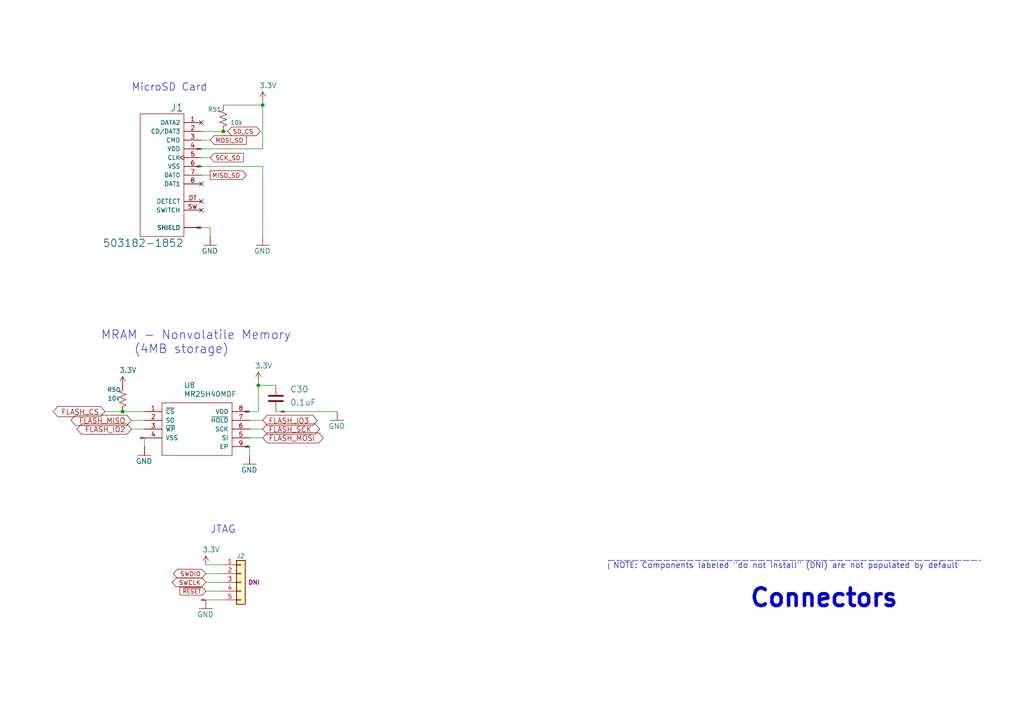
<source format=kicad_sch>
(kicad_sch (version 20211123) (generator eeschema)
  (paper "A4")
  (title_block (title "PyCubed Mainboard") (date "2021-06-09") (rev "v05c") (company "Max Holliday"))
  (lib_symbols
    (symbol "Device:C" (pin_numbers hide) (pin_names (offset 0.254))
      (property "Reference" "C" (at 0.635 2.54 0))
      (property "Value" "C" (at 0.635 -2.54 0))
      (symbol "C_0_1"
        (polyline (pts (xy -2.032 -0.762) (xy 2.032 -0.762)) (stroke (width 0.508)))
        (polyline (pts (xy -2.032 0.762) (xy 2.032 0.762)) (stroke (width 0.508)))
      )
      (symbol "C_1_1"
        (pin passive line (at 0 3.81 270) (length 2.794) (name "~") (number "1"))
        (pin passive line (at 0 -3.81 90) (length 2.794) (name "~") (number "2"))
      )
    )
    (symbol "Device:R_US" (pin_numbers hide) (pin_names (offset 0))
      (property "Reference" "R" (at 2.54 0 90))
      (property "Value" "R_US" (at -2.54 0 90))
      (symbol "R_US_0_1"
        (polyline (pts (xy 0 -2.286) (xy 0 -2.54)))
        (polyline (pts (xy 0 2.286) (xy 0 2.54)))
        (polyline (pts (xy 0 -0.762) (xy 1.016 -1.143) (xy 0 -1.524) (xy -1.016 -1.905) (xy 0 -2.286)))
        (polyline (pts (xy 0 0.762) (xy 1.016 0.381) (xy 0 0) (xy -1.016 -0.381) (xy 0 -0.762)))
        (polyline (pts (xy 0 2.286) (xy 1.016 1.905) (xy 0 1.524) (xy -1.016 1.143) (xy 0 0.762)))
      )
      (symbol "R_US_1_1"
        (pin passive line (at 0 3.81 270) (length 1.27) (name "~") (number "1"))
        (pin passive line (at 0 -3.81 90) (length 1.27) (name "~") (number "2"))
      )
    )
    (symbol "mainboard-rescue:Conn_01x05-Connector_Generic-mainboard-rescue" (pin_names (offset 1.016) hide)
      (property "Reference" "J" (at 0 7.62 0))
      (property "Value" "Conn_01x05-Connector_Generic-mainboard-rescue" (at 0 -7.62 0))
      (symbol "Conn_01x05-Connector_Generic-mainboard-rescue_1_1"
        (rectangle (start -1.27 -4.953) (end 0 -5.207) (stroke (width 0.1524)))
        (rectangle (start -1.27 -2.413) (end 0 -2.667) (stroke (width 0.1524)))
        (rectangle (start -1.27 0.127) (end 0 -0.127) (stroke (width 0.1524)))
        (rectangle (start -1.27 2.667) (end 0 2.413) (stroke (width 0.1524)))
        (rectangle (start -1.27 5.207) (end 0 4.953) (stroke (width 0.1524)))
        (rectangle (start -1.27 6.35) (end 1.27 -6.35) (stroke (width 0.254)) (fill (type background)))
        (pin passive line (at -5.08 5.08 0) (length 3.81) (name "Pin_1") (number "1"))
        (pin passive line (at -5.08 2.54 0) (length 3.81) (name "Pin_2") (number "2"))
        (pin passive line (at -5.08 0 0) (length 3.81) (name "Pin_3") (number "3"))
        (pin passive line (at -5.08 -2.54 0) (length 3.81) (name "Pin_4") (number "4"))
        (pin passive line (at -5.08 -5.08 0) (length 3.81) (name "Pin_5") (number "5"))
      )
    )
    (symbol "mainboard:3.3V" (power) (pin_names (offset 1.016))
      (property "Value" "3.3V" (at -1.016 3.556 0))
      (symbol "3.3V_1_0"
        (polyline (pts (xy 0 2.54) (xy -0.762 1.27)))
        (polyline (pts (xy 0.762 1.27) (xy 0 2.54)))
        (pin power_in line (at 0 0 90) (length 2.54) (name "3.3V") (number "1"))
      )
    )
    (symbol "mainboard:503182-1852" (pin_names (offset 1.016))
      (property "Reference" "J" (at 0 18.3642 0))
      (property "Value" "503182-1852" (at 0 -20.9042 0))
      (symbol "503182-1852_1_0"
        (polyline (pts (xy 0 -17.78) (xy 12.7 -17.78)))
        (polyline (pts (xy 0 17.78) (xy 0 -17.78)))
        (polyline (pts (xy 12.7 -17.78) (xy 12.7 17.78)))
        (polyline (pts (xy 12.7 17.78) (xy 0 17.78)))
        (pin bidirectional line (at -5.08 15.24 0) (length 5.08) (name "DATA2") (number "1"))
        (pin bidirectional line (at -5.08 12.7 0) (length 5.08) (name "CD/DAT3") (number "2"))
        (pin bidirectional line (at -5.08 10.16 0) (length 5.08) (name "CMD") (number "3"))
        (pin power_in line (at -5.08 7.62 0) (length 5.08) (name "VDD") (number "4"))
        (pin bidirectional clock (at -5.08 5.08 0) (length 5.08) (name "CLK") (number "5"))
        (pin power_in line (at -5.08 2.54 0) (length 5.08) (name "VSS") (number "6"))
        (pin bidirectional line (at -5.08 0 0) (length 5.08) (name "DAT0") (number "7"))
        (pin bidirectional line (at -5.08 -2.54 0) (length 5.08) (name "DAT1") (number "8"))
        (pin bidirectional line (at -5.08 -7.62 0) (length 5.08) (name "DETECT") (number "DT"))
        (pin passive line (at -5.08 -15.24 0) (length 5.08) (name "SHIELD") (number "P1"))
        (pin passive line (at -5.08 -15.24 0) (length 5.08) (name "SHIELD") (number "P2"))
        (pin passive line (at -5.08 -15.24 0) (length 5.08) (name "SHIELD") (number "P3"))
        (pin passive line (at -5.08 -15.24 0) (length 5.08) (name "SHIELD") (number "P4"))
        (pin passive line (at -5.08 -15.24 0) (length 5.08) (name "SHIELD") (number "P5"))
        (pin bidirectional line (at -5.08 -10.16 0) (length 5.08) (name "SWITCH") (number "SW"))
      )
    )
    (symbol "mainboard:GND" (power) (pin_names (offset 1.016))
      (property "Value" "GND" (at -2.54 -2.54 0))
      (symbol "GND_1_0"
        (polyline (pts (xy -1.905 0) (xy 1.905 0)))
        (pin power_in line (at 0 2.54 270) (length 2.54) (name "GND") (number "1"))
      )
    )
    (symbol "mainboard:MR25H40MDF" (pin_names (offset 1.016))
      (property "Reference" "U" (at 11.43 7.62 0))
      (property "Value" "MR25H40MDF" (at 11.43 5.08 0))
      (symbol "MR25H40MDF_1_0"
        (polyline (pts (xy 5.08 2.54) (xy 5.08 -12.7)))
        (polyline (pts (xy 5.08 2.54) (xy 25.4 2.54)))
        (polyline (pts (xy 25.4 -12.7) (xy 5.08 -12.7)))
        (polyline (pts (xy 25.4 -12.7) (xy 25.4 2.54)))
        (pin bidirectional line (at 0 0 0) (length 5.08) (name "~{CS}") (number "1"))
        (pin bidirectional line (at 0 -2.54 0) (length 5.08) (name "SO") (number "2"))
        (pin bidirectional line (at 0 -5.08 0) (length 5.08) (name "~{WP}") (number "3"))
        (pin bidirectional line (at 0 -7.62 0) (length 5.08) (name "VSS") (number "4"))
        (pin bidirectional line (at 30.48 -7.62 180) (length 5.08) (name "SI") (number "5"))
        (pin bidirectional line (at 30.48 -5.08 180) (length 5.08) (name "SCK") (number "6"))
        (pin bidirectional line (at 30.48 -2.54 180) (length 5.08) (name "~{HOLD}") (number "7"))
        (pin bidirectional line (at 30.48 0 180) (length 5.08) (name "VDD") (number "8"))
        (pin bidirectional line (at 30.48 -10.16 180) (length 5.08) (name "EP") (number "9"))
      )
    )
  )
  (junction (at 35.56 119.38))
  (junction (at 76.2 30.48))
  (junction (at 74.93 111.76))
  (junction (at 64.77 38.1))
  (no_connect (at 58.42 53.34))
  (no_connect (at 58.42 35.56))
  (no_connect (at 58.42 60.96))
  (no_connect (at 58.42 58.42))
  (wire (pts (xy 64.77 38.1) (xy 66.04 38.1)))
  (wire (pts (xy 76.2 30.48) (xy 76.2 29.21)))
  (wire (pts (xy 72.39 119.38) (xy 74.93 119.38)))
  (wire (pts (xy 58.42 40.64) (xy 60.96 40.64)))
  (wire (pts (xy 38.1 124.46) (xy 41.91 124.46)))
  (wire (pts (xy 72.39 129.54) (xy 72.39 132.08)))
  (wire (pts (xy 58.42 38.1) (xy 64.77 38.1)))
  (wire (pts (xy 80.01 111.76) (xy 74.93 111.76)))
  (wire (pts (xy 64.77 166.37) (xy 59.69 166.37)))
  (wire (pts (xy 76.2 121.92) (xy 72.39 121.92)))
  (wire (pts (xy 64.77 30.48) (xy 76.2 30.48)))
  (wire (pts (xy 58.42 50.8) (xy 60.96 50.8)))
  (wire (pts (xy 58.42 43.18) (xy 76.2 43.18)))
  (wire (pts (xy 64.77 168.91) (xy 59.69 168.91)))
  (wire (pts (xy 35.56 119.38) (xy 41.91 119.38)))
  (polyline (pts (xy 176.53 162.56) (xy 284.48 162.56)))
  (wire (pts (xy 74.93 119.38) (xy 74.93 111.76)))
  (wire (pts (xy 41.91 127) (xy 41.91 129.54)))
  (wire (pts (xy 60.96 66.04) (xy 60.96 68.58)))
  (wire (pts (xy 58.42 48.26) (xy 76.2 48.26)))
  (wire (pts (xy 58.42 45.72) (xy 60.96 45.72)))
  (wire (pts (xy 64.77 171.45) (xy 59.69 171.45)))
  (wire (pts (xy 59.69 173.99) (xy 64.77 173.99)))
  (wire (pts (xy 76.2 124.46) (xy 72.39 124.46)))
  (wire (pts (xy 38.1 121.92) (xy 41.91 121.92)))
  (wire (pts (xy 76.2 48.26) (xy 76.2 68.58)))
  (wire (pts (xy 30.48 119.38) (xy 35.56 119.38)))
  (wire (pts (xy 76.2 127) (xy 72.39 127)))
  (wire (pts (xy 74.93 111.76) (xy 74.93 110.49)))
  (wire (pts (xy 76.2 43.18) (xy 76.2 30.48)))
  (wire (pts (xy 58.42 66.04) (xy 60.96 66.04)))
  (wire (pts (xy 80.01 119.38) (xy 97.79 119.38)))
  (wire (pts (xy 59.69 163.83) (xy 64.77 163.83)))
  (polyline (pts (xy 176.53 165.1) (xy 176.53 162.56)))
  (text "MicroSD Card" (at 38.1 26.67 0) (effects (font (size 2.159 2.159)) (justify left bottom)))
  (text "MRAM - Nonvolatile Memory\n     (4MB storage)" (at 29.21 102.87 0) (effects (font (size 2.54 2.54)) (justify left bottom)))
  (text "NOTE: Components labeled \"do not install\" (DNI) are not populated by default" (at 177.8 165.1 0) (effects (font (size 1.651 1.651)) (justify left bottom)))
  (text "JTAG" (at 60.96 154.94 0) (effects (font (size 2.159 2.159)) (justify left bottom)))
  (text "Connectors" (at 217.17 176.53 0) (effects (font (size 5.08 5.08) (thickness 1.016) bold) (justify left bottom)))
  (global_label "~{RESET}" (shape input) (at 59.69 171.45 180) (effects (font (size 1.1684 1.1684))) (property "Intersheet References" "${INTERSHEET_REFS}" (effects hide)))
  (global_label "GND" (shape bidirectional) (at 59.69 173.99 180) (effects (font (size 0.254 0.254))) (property "Intersheet References" "${INTERSHEET_REFS}" (effects hide)))
  (global_label "MOSI_SD" (shape input) (at 60.96 40.64 0) (property "Intersheet References" "${INTERSHEET_REFS}" (effects hide)))
  (global_label "GND" (shape bidirectional) (at 41.91 127 180) (effects (font (size 0.254 0.254))) (property "Intersheet References" "${INTERSHEET_REFS}" (effects hide)))
  (global_label "FLASH_CS" (shape bidirectional) (at 30.48 119.38 180) (effects (font (size 1.4986 1.4986))) (property "Intersheet References" "${INTERSHEET_REFS}" (effects hide)))
  (global_label "3.3V" (shape bidirectional) (at 58.42 43.18 180) (effects (font (size 0.254 0.254))) (property "Intersheet References" "${INTERSHEET_REFS}" (effects hide)))
  (global_label "GND" (shape bidirectional) (at 81.28 119.38 0) (effects (font (size 0.254 0.254))) (property "Intersheet References" "${INTERSHEET_REFS}" (effects hide)))
  (global_label "FLASH_IO3" (shape bidirectional) (at 76.2 121.92 0) (effects (font (size 1.4986 1.4986))) (property "Intersheet References" "${INTERSHEET_REFS}" (effects hide)))
  (global_label "FLASH_IO2" (shape bidirectional) (at 38.1 124.46 180) (effects (font (size 1.4986 1.4986))) (property "Intersheet References" "${INTERSHEET_REFS}" (effects hide)))
  (global_label "SWCLK" (shape bidirectional) (at 59.69 168.91 180) (property "Intersheet References" "${INTERSHEET_REFS}" (effects hide)))
  (global_label "SD_CS" (shape bidirectional) (at 66.04 38.1 0) (property "Intersheet References" "${INTERSHEET_REFS}" (effects hide)))
  (global_label "SWDIO" (shape bidirectional) (at 59.69 166.37 180) (property "Intersheet References" "${INTERSHEET_REFS}" (effects hide)))
  (global_label "GND" (shape bidirectional) (at 58.42 48.26 180) (effects (font (size 0.254 0.254))) (property "Intersheet References" "${INTERSHEET_REFS}" (effects hide)))
  (global_label "GND" (shape bidirectional) (at 58.42 66.04 180) (effects (font (size 0.254 0.254))) (property "Intersheet References" "${INTERSHEET_REFS}" (effects hide)))
  (global_label "MISO_SD" (shape output) (at 60.96 50.8 0) (property "Intersheet References" "${INTERSHEET_REFS}" (effects hide)))
  (global_label "FLASH_MOSI" (shape bidirectional) (at 76.2 127 0) (effects (font (size 1.4986 1.4986))) (property "Intersheet References" "${INTERSHEET_REFS}" (effects hide)))
  (global_label "3.3V" (shape bidirectional) (at 72.39 119.38 180) (effects (font (size 0.254 0.254))) (property "Intersheet References" "${INTERSHEET_REFS}" (effects hide)))
  (global_label "SCK_SD" (shape input) (at 60.96 45.72 0) (property "Intersheet References" "${INTERSHEET_REFS}" (effects hide)))
  (global_label "GND" (shape bidirectional) (at 72.39 129.54 180) (effects (font (size 0.254 0.254))) (property "Intersheet References" "${INTERSHEET_REFS}" (effects hide)))
  (global_label "FLASH_MISO" (shape bidirectional) (at 38.1 121.92 180) (effects (font (size 1.4986 1.4986))) (property "Intersheet References" "${INTERSHEET_REFS}" (effects hide)))
  (global_label "FLASH_SCK" (shape bidirectional) (at 76.2 124.46 0) (effects (font (size 1.4986 1.4986))) (property "Intersheet References" "${INTERSHEET_REFS}" (effects hide)))
  (symbol (lib_id "mainboard:GND") (at 41.91 132.08 0) (unit 1)
    (property "Reference" "#GND022" (effects hide))
    (property "Value" "GND" (at 39.37 134.62 0) (effects (font (size 1.4986 1.4986)) (justify left bottom)))
  )
  (symbol (lib_id "mainboard:503182-1852") (at 53.34 50.8 0) (mirror y) (unit 1)
    (property "Reference" "J1" (at 53.34 32.4358 0) (effects (font (size 2.159 2.159)) (justify left bottom)))
    (property "Value" "503182-1852" (at 53.34 71.7296 0) (effects (font (size 2.159 2.159)) (justify left bottom)))
    (property "Footprint" "mainboard:MOLEX_503182-1852" (effects hide))
    (property "Datasheet" "https://www.molex.com/pdm_docs/sd/5031821852_sd.pdf" (effects hide))
    (property "Description" "Molex microSD Card Socket" (effects hide))
    (property "Flight" "5031821852" (effects hide))
    (property "Manufacturer_Name" "Molex" (effects hide))
    (property "Manufacturer_Part_Number" "5031821852" (effects hide))
    (property "Proto" "5031821852" (effects hide))
  )
  (symbol (lib_id "mainboard:MR25H40MDF") (at 41.91 119.38 0) (unit 1)
    (property "Reference" "U8" (at 53.34 111.76 0) (effects (font (size 1.4986 1.4986)) (justify left)))
    (property "Value" "MR25H40MDF" (at 53.34 114.3 0) (effects (font (size 1.4986 1.4986)) (justify left)))
    (property "Footprint" "mainboard:SON127P600X500X90-9N" (effects hide))
    (property "Datasheet" "https://www.winbond.com/resource-files/w25q80dv%20dl_revh_10022015.pdf" (effects hide))
    (property "Description" "Non-Volatile Memory" (effects hide))
    (property "Flight" "MR25H40MDF" (effects hide))
    (property "Manufacturer_Name" "Everspin Technologies Inc." (effects hide))
    (property "Manufacturer_Part_Number" "W25Q80DVSNIG" (effects hide))
    (property "Proto" "W25Q80DVSNIG" (effects hide))
  )
  (symbol (lib_id "Device:C") (at 80.01 115.57 0) (unit 1)
    (property "Reference" "C30" (at 84.074 113.919 0) (effects (font (size 1.778 1.778)) (justify left bottom)))
    (property "Value" "0.1uF" (at 84.074 117.729 0) (effects (font (size 1.778 1.778)) (justify left bottom)))
    (property "Footprint" "Capacitor_SMD:C_0603_1608Metric" (effects hide))
  )
  (symbol (lib_id "mainboard:GND") (at 97.79 121.92 0) (unit 1)
    (property "Reference" "#GND065" (effects hide))
    (property "Value" "GND" (at 95.25 124.46 0) (effects (font (size 1.4986 1.4986)) (justify left bottom)))
  )
  (symbol (lib_id "mainboard:GND") (at 59.69 176.53 0) (unit 1)
    (property "Reference" "#GND023" (effects hide))
    (property "Value" "GND" (at 57.15 179.07 0) (effects (font (size 1.4986 1.4986)) (justify left bottom)))
  )
  (symbol (lib_id "mainboard-rescue:Conn_01x05-Connector_Generic-mainboard-rescue") (at 69.85 168.91 0) (unit 1)
    (property "Reference" "J2" (at 68.58 161.29 0) (effects (justify left)))
    (property "Value" "Conn_01x05" (effects hide))
    (property "Footprint" "Connector_PinHeader_2.54mm:PinHeader_1x05_P2.54mm_Vertical" (effects hide))
    (property "DNI" "DNI" (at 73.66 168.91 0) (effects (font bold)))
    (property "Description" "Vertical Header - 0.1in (2.54mm)" (effects hide))
  )
  (symbol (lib_id "mainboard:3.3V") (at 59.69 163.83 0) (unit 1)
    (property "Reference" "#SUPPLY0102" (effects hide))
    (property "Value" "3.3V" (at 58.674 160.274 0) (effects (font (size 1.4986 1.4986)) (justify left bottom)))
  )
  (symbol (lib_id "Device:R_US") (at 64.77 34.29 0) (mirror x) (unit 1)
    (property "Reference" "R51" (at 62.23 31.75 0))
    (property "Value" "10k" (at 68.58 35.56 0))
    (property "Footprint" "Resistor_SMD:R_0603_1608Metric" (effects hide))
  )
  (symbol (lib_id "Device:R_US") (at 35.56 115.57 0) (mirror x) (unit 1)
    (property "Reference" "R50" (at 33.02 113.03 0))
    (property "Value" "10k" (at 33.02 115.57 0))
    (property "Footprint" "Resistor_SMD:R_0603_1608Metric" (effects hide))
  )
  (symbol (lib_id "mainboard:3.3V") (at 35.56 111.76 0) (unit 1)
    (property "Reference" "#SUPPLY0116" (effects hide))
    (property "Value" "3.3V" (at 34.544 108.204 0) (effects (font (size 1.4986 1.4986)) (justify left bottom)))
  )
  (symbol (lib_id "mainboard:GND") (at 72.39 134.62 0) (unit 1)
    (property "Reference" "#GND025" (effects hide))
    (property "Value" "GND" (at 69.85 137.16 0) (effects (font (size 1.4986 1.4986)) (justify left bottom)))
  )
  (symbol (lib_id "mainboard:3.3V") (at 74.93 110.49 0) (unit 1)
    (property "Reference" "#SUPPLY08" (effects hide))
    (property "Value" "3.3V" (at 73.914 106.934 0) (effects (font (size 1.4986 1.4986)) (justify left bottom)))
  )
  (symbol (lib_id "mainboard:GND") (at 76.2 71.12 0) (unit 1)
    (property "Reference" "#GND026" (effects hide))
    (property "Value" "GND" (at 73.66 73.66 0) (effects (font (size 1.4986 1.4986)) (justify left bottom)))
  )
  (symbol (lib_id "mainboard:GND") (at 60.96 71.12 0) (unit 1)
    (property "Reference" "#GND024" (effects hide))
    (property "Value" "GND" (at 58.42 73.66 0) (effects (font (size 1.4986 1.4986)) (justify left bottom)))
  )
  (symbol (lib_id "mainboard:3.3V") (at 76.2 29.21 0) (unit 1)
    (property "Reference" "#SUPPLY07" (effects hide))
    (property "Value" "3.3V" (at 75.184 25.654 0) (effects (font (size 1.4986 1.4986)) (justify left bottom)))
  )
)
</source>
